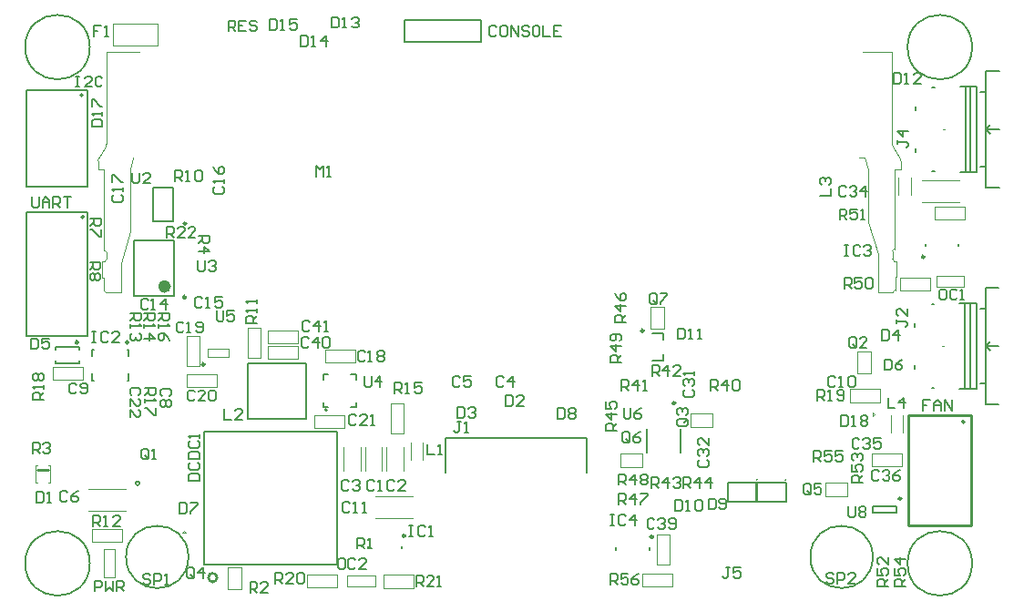
<source format=gto>
G04*
G04 #@! TF.GenerationSoftware,Altium Limited,Altium Designer,20.1.11 (218)*
G04*
G04 Layer_Color=65535*
%FSLAX44Y44*%
%MOMM*%
G71*
G04*
G04 #@! TF.SameCoordinates,4E8BECB8-10D7-4487-B94D-AC5258AA6689*
G04*
G04*
G04 #@! TF.FilePolarity,Positive*
G04*
G01*
G75*
%ADD10C,0.1000*%
%ADD11C,0.2000*%
%ADD12C,0.2540*%
%ADD13C,0.2500*%
%ADD14C,0.6000*%
%ADD15C,0.1500*%
%ADD16C,0.1700*%
%ADD17C,0.1270*%
%ADD18C,0.0800*%
D10*
X806476Y282104D02*
G03*
X808476Y284104I0J2000D01*
G01*
X805976Y312642D02*
G03*
X807476Y311142I1500J0D01*
G01*
Y321975D02*
G03*
X805976Y320475I0J-1500D01*
G01*
X813695Y404105D02*
G03*
X812996Y406654I-5000J-0D01*
G01*
X813695Y404105D02*
G03*
X812996Y406654I-5000J-0D01*
G01*
X805695Y420345D02*
G03*
X806393Y417796I5000J0D01*
G01*
X805695Y420345D02*
G03*
X806393Y417796I5000J0D01*
G01*
X74996D02*
G03*
X75694Y420345I-4302J2549D01*
G01*
X68393Y406654D02*
G03*
X67694Y404105I4302J-2549D01*
G01*
X74996Y417796D02*
G03*
X75694Y420345I-4302J2549D01*
G01*
X68393Y406654D02*
G03*
X67694Y404105I4302J-2549D01*
G01*
X82793Y281921D02*
G03*
X82395Y281975I-398J-1446D01*
G01*
X75694Y318975D02*
G03*
X73694Y320975I-2000J0D01*
G01*
Y310975D02*
G03*
X75694Y312975I-0J2000D01*
G01*
X73194Y283975D02*
G03*
X75194Y281975I2000J0D01*
G01*
X775195Y407475D02*
X780195D01*
X783695Y396475D01*
Y347635D02*
Y396475D01*
Y347635D02*
X792409Y317256D01*
Y282072D02*
Y317256D01*
X797409Y282072D02*
Y282104D01*
X792409Y282072D02*
X797409D01*
X778195Y505975D02*
X805695D01*
X778195D02*
X805695D01*
Y420345D02*
Y505975D01*
Y420345D02*
Y505975D01*
X805976Y312642D02*
Y320475D01*
X797409Y282104D02*
X806476D01*
X808234Y321975D02*
Y395975D01*
X808476Y284104D02*
Y296254D01*
X807476Y311142D02*
X809965D01*
Y296254D02*
Y311142D01*
X808476Y296254D02*
X809965D01*
X806393Y417796D02*
X812996Y406654D01*
X806393Y417796D02*
X812996Y406654D01*
X813695Y396475D02*
Y404105D01*
Y396475D02*
Y404105D01*
X808234Y395975D02*
X813695Y396475D01*
X75694Y505975D02*
X105695D01*
X75694Y420345D02*
Y505975D01*
X68393Y406654D02*
X74996Y417796D01*
X67694Y396475D02*
Y404105D01*
X97694Y339157D02*
Y396475D01*
X75694Y505975D02*
X105695D01*
X75694Y420345D02*
Y505975D01*
X68393Y406654D02*
X74996Y417796D01*
X67694Y396475D02*
Y404105D01*
X75194Y281975D02*
X82395D01*
X82793Y281921D02*
X88894D01*
Y309157D01*
X97694Y339157D01*
Y396475D01*
X73242Y320975D02*
Y395975D01*
Y320975D02*
X73694D01*
X75694Y312975D02*
Y318975D01*
X71335Y310975D02*
X73694D01*
X71335Y295975D02*
Y310975D01*
Y295975D02*
X73194D01*
Y283975D02*
Y295975D01*
X67694Y396475D02*
X73242Y395975D01*
X97694Y396475D02*
X100195Y407475D01*
X145500Y58250D02*
X147250Y60000D01*
X145500Y58250D02*
X149000D01*
X147250Y60000D02*
X149000Y58250D01*
X787500Y166750D02*
X789250Y168500D01*
X787500Y166750D02*
Y170250D01*
X789250Y168500D01*
X169500Y229732D02*
X189500D01*
X169500Y222112D02*
X189500D01*
Y229732D01*
X169500Y222112D02*
Y229732D01*
X369714Y126516D02*
Y142516D01*
X358286Y126516D02*
Y142532D01*
X811536Y372766D02*
Y388782D01*
X822964Y372766D02*
Y388766D01*
X804536Y151734D02*
Y167734D01*
X815964Y151718D02*
Y167734D01*
X81399Y532160D02*
X123309D01*
Y511840D02*
Y532160D01*
X81399Y511840D02*
X123309D01*
X81399D02*
Y532160D01*
X296000Y116500D02*
Y138500D01*
X312000Y116500D02*
Y138500D01*
X331750Y116500D02*
Y138500D01*
X315750Y116500D02*
Y138500D01*
X335750Y116500D02*
Y138500D01*
X351750Y116500D02*
Y138500D01*
X773500Y206750D02*
Y226750D01*
X786000Y206750D02*
Y226750D01*
X773500D02*
X786000D01*
X773500Y206750D02*
X786000D01*
X188250Y6000D02*
X200750D01*
X188250Y26000D02*
X200750D01*
Y6000D02*
Y26000D01*
X188250Y6000D02*
Y26000D01*
X618250Y156750D02*
X638250D01*
X618250Y169250D02*
X638250D01*
X618250Y156750D02*
Y169250D01*
X638250Y156750D02*
Y169250D01*
X553250Y119750D02*
Y132250D01*
X573250Y119750D02*
Y132250D01*
X553250Y119750D02*
X573250D01*
X553250Y132250D02*
X573250D01*
X593500Y248500D02*
Y268500D01*
X581000Y248500D02*
Y268500D01*
Y248500D02*
X593500D01*
X581000Y268500D02*
X593500D01*
X763750Y92500D02*
Y105000D01*
X743750Y92500D02*
Y105000D01*
X763750D01*
X743750Y92500D02*
X763750D01*
X340000Y150500D02*
Y178500D01*
Y150500D02*
X352000D01*
Y178500D01*
X340000D02*
X352000D01*
X766750Y180000D02*
Y192000D01*
X794750D01*
Y180000D02*
Y192000D01*
X766750Y180000D02*
X794750D01*
X261750Y7500D02*
X289750D01*
Y19500D01*
X261750D02*
X289750D01*
X261750Y7500D02*
Y19500D01*
X361000Y7250D02*
Y19250D01*
X333000Y7250D02*
X361000D01*
X333000D02*
Y19250D01*
X361000D01*
X206750Y221000D02*
Y249000D01*
Y221000D02*
X218750D01*
Y249000D01*
X206750D02*
X218750D01*
X89750Y49750D02*
Y61750D01*
X61750Y49750D02*
X89750D01*
X61750D02*
Y61750D01*
X89750D01*
X813250Y283500D02*
X841250D01*
Y295500D01*
X813250D02*
X841250D01*
X813250Y283500D02*
Y295500D01*
X873000Y350000D02*
Y362000D01*
X845000Y350000D02*
X873000D01*
X845000D02*
Y362000D01*
X873000D01*
X573250Y20750D02*
X601250D01*
X573250Y8750D02*
Y20750D01*
Y8750D02*
X601250D01*
Y20750D01*
X833250Y366000D02*
X868250D01*
X833250Y386500D02*
X868250D01*
X325500Y71750D02*
X360500D01*
X325500Y92250D02*
X360500D01*
X58750Y78500D02*
X93750D01*
X58750Y99000D02*
X93750D01*
X787000Y120000D02*
X809000D01*
X787000D02*
Y132000D01*
X815000D01*
Y120000D02*
Y132000D01*
X809000Y120000D02*
X815000D01*
X846750Y287000D02*
X872750D01*
Y297000D01*
X846750D02*
X872750D01*
X846750Y287000D02*
Y297000D01*
X83000Y17000D02*
Y43000D01*
X73000D02*
X83000D01*
X73000Y17000D02*
Y43000D01*
Y17000D02*
X83000D01*
X299250Y8500D02*
Y18500D01*
X325250D01*
Y8500D02*
Y18500D01*
X299250Y8500D02*
X325250D01*
X247250Y220250D02*
X253250D01*
Y232250D01*
X225250D02*
X253250D01*
X225250Y220250D02*
Y232250D01*
Y220250D02*
X247250D01*
Y234750D02*
X253250D01*
Y246750D01*
X225250D02*
X253250D01*
X225250Y234750D02*
Y246750D01*
Y234750D02*
X247250D01*
X599000Y51000D02*
Y57000D01*
X587000D02*
X599000D01*
X587000Y29000D02*
Y57000D01*
Y29000D02*
X599000D01*
Y51000D01*
X9250Y105250D02*
X11250D01*
X9250D02*
Y121250D01*
X11250D01*
X21250Y105250D02*
X23250D01*
Y121250D01*
X21250D02*
X23250D01*
X32000Y213000D02*
X54000D01*
Y201000D02*
Y213000D01*
X26000Y201000D02*
X54000D01*
X26000D02*
Y213000D01*
X32000D01*
X300500Y217000D02*
X306500D01*
Y229000D01*
X278500D02*
X306500D01*
X278500Y217000D02*
Y229000D01*
Y217000D02*
X300500D01*
X150000Y219750D02*
Y241750D01*
X162000D01*
Y213750D02*
Y241750D01*
X150000Y213750D02*
X162000D01*
X150000D02*
Y219750D01*
X150500Y205750D02*
X156500D01*
X150500Y193750D02*
Y205750D01*
Y193750D02*
X178500D01*
Y205750D01*
X156500D02*
X178500D01*
X275000Y168000D02*
X297000D01*
Y156000D02*
Y168000D01*
X269000Y156000D02*
X297000D01*
X269000D02*
Y168000D01*
X275000D01*
D11*
X53914Y465250D02*
G03*
X53914Y465250I-1414J0D01*
G01*
X54914Y351999D02*
G03*
X54914Y351999I-1414J0D01*
G01*
X106303Y104500D02*
G03*
X106303Y104500I-1803J0D01*
G01*
X873164Y161500D02*
G03*
X873164Y161500I-1414J0D01*
G01*
X680059Y107750D02*
G03*
X680059Y107750I-559J0D01*
G01*
X706559Y107750D02*
G03*
X706559Y107750I-559J0D01*
G01*
X138000Y279000D02*
Y330000D01*
X101000Y279000D02*
Y330000D01*
Y279000D02*
X138000D01*
X101000Y330000D02*
X138000D01*
X94750Y229000D02*
X96250D01*
Y222500D02*
Y229000D01*
Y200000D02*
Y206500D01*
X94750Y200000D02*
X96250D01*
X62250D02*
X63750D01*
X62250D02*
Y206500D01*
Y229000D02*
X63750D01*
X62250Y222500D02*
Y229000D01*
X788000Y77000D02*
X810000D01*
X788000Y83000D02*
X810000D01*
X788000Y77000D02*
Y83000D01*
X810000Y77000D02*
Y83000D01*
X352729Y515180D02*
X423849D01*
X352729D02*
Y535340D01*
X423849D01*
Y515180D02*
Y535340D01*
X892500Y286000D02*
X904500D01*
X892500Y177999D02*
Y286000D01*
Y177999D02*
X904500D01*
X827000Y250000D02*
Y252999D01*
X842500Y192999D02*
X844500D01*
X884000Y191999D02*
Y271999D01*
X868500Y191999D02*
X884000D01*
X868500Y271999D02*
X884000D01*
X873500Y191999D02*
Y271999D01*
X878000Y191999D02*
Y271999D01*
X842500Y271000D02*
X844500D01*
X827000Y211000D02*
Y214000D01*
X887500Y266999D02*
X892500D01*
X887500Y196999D02*
X892500D01*
Y231999D02*
X904500D01*
X892500D02*
X896500Y236000D01*
X892500Y231999D02*
X896500Y227999D01*
X893000Y433501D02*
X897000Y429501D01*
X893000Y433501D02*
X897000Y437500D01*
X893000Y433501D02*
X905000D01*
X888000Y398500D02*
X893000D01*
X888000Y468500D02*
X893000D01*
X827500Y412500D02*
Y415500D01*
X843000Y472500D02*
X845000D01*
X878500Y393500D02*
Y473500D01*
X874000Y393500D02*
Y473500D01*
X869000D02*
X884500D01*
X869000Y393500D02*
X884500D01*
Y473500D01*
X843000Y394500D02*
X845000D01*
X827500Y451500D02*
Y454500D01*
X893000Y379501D02*
X905000D01*
X893000D02*
Y487500D01*
X905000D01*
X593000Y218750D02*
Y224250D01*
X583000Y218750D02*
X593000D01*
Y238250D02*
Y243750D01*
X583000D02*
X593000D01*
X350000Y43750D02*
Y45750D01*
X319000Y43750D02*
Y45750D01*
X867500Y325000D02*
Y327000D01*
X836500Y325000D02*
Y327000D01*
X580250Y42750D02*
Y44750D01*
X549250Y42750D02*
Y44750D01*
X577750Y133000D02*
Y155000D01*
X608750Y133000D02*
Y155000D01*
X521500Y114400D02*
Y146900D01*
X390500D02*
X521500D01*
X390500Y114400D02*
Y146900D01*
X137500Y348000D02*
Y379000D01*
X118500Y348000D02*
Y379000D01*
Y348000D02*
X137500D01*
X118500Y379000D02*
X137500D01*
D12*
X49270Y235500D02*
G03*
X49270Y235500I-1270J0D01*
G01*
X178250Y16750D02*
G03*
X178250Y16750I-4000J0D01*
G01*
X820750Y65500D02*
X878750D01*
Y167500D01*
X820750D02*
X878750D01*
X820750Y65500D02*
Y167500D01*
X11250Y117250D02*
X21250D01*
D13*
X166750Y215000D02*
G03*
X166750Y215000I-1250J0D01*
G01*
X149250Y277500D02*
G03*
X149250Y277500I-1250J0D01*
G01*
X96000Y235500D02*
G03*
X96000Y235500I-1250J0D01*
G01*
X814250Y90250D02*
G03*
X814250Y90250I-1250J0D01*
G01*
X574750Y246250D02*
G03*
X574750Y246250I-1250J0D01*
G01*
X353250Y55750D02*
G03*
X353250Y55750I-1250J0D01*
G01*
X835750Y315000D02*
G03*
X835750Y315000I-1250J0D01*
G01*
X583500Y54750D02*
G03*
X583500Y54750I-1250J0D01*
G01*
X604250Y179000D02*
G03*
X604250Y179000I-1250J0D01*
G01*
X149750Y346000D02*
G03*
X149750Y346000I-1250J0D01*
G01*
D14*
X132500Y287500D02*
G03*
X132500Y287500I-3000J0D01*
G01*
D15*
X280550Y172800D02*
G03*
X280550Y172800I-1000J0D01*
G01*
X151694Y35975D02*
G03*
X151694Y35975I-29000J0D01*
G01*
X787695D02*
G03*
X787695Y35975I-29000J0D01*
G01*
X880000Y30000D02*
G03*
X880000Y30000I-30000J0D01*
G01*
Y510000D02*
G03*
X880000Y510000I-30000J0D01*
G01*
X60000D02*
G03*
X60000Y510000I-30000J0D01*
G01*
Y30000D02*
G03*
X60000Y30000I-30000J0D01*
G01*
X652750Y104750D02*
X680500D01*
X652750Y87250D02*
Y104750D01*
Y87250D02*
X680500D01*
Y104750D01*
X707000Y87250D02*
Y104750D01*
X679250Y87250D02*
X707000D01*
X679250D02*
Y104750D01*
X707000D01*
X166250Y28750D02*
Y152750D01*
X290250D01*
Y28750D02*
Y152750D01*
X166250Y28750D02*
X290250D01*
X166250D02*
X290250D01*
Y152750D01*
X166250D02*
X290250D01*
X166250Y28750D02*
Y152750D01*
X207000Y164000D02*
Y216000D01*
X261000D01*
Y164000D02*
Y216000D01*
X207000Y164000D02*
X261000D01*
X277250Y175500D02*
Y180000D01*
Y175500D02*
X281750D01*
X307250D02*
Y180000D01*
X277250Y200900D02*
Y205400D01*
X302650Y175500D02*
X307150D01*
X307250Y201000D02*
Y205500D01*
X277250D02*
X281750D01*
X302750D02*
X307250D01*
X46754Y482998D02*
X50086D01*
X48420D01*
Y473002D01*
X46754D01*
X50086D01*
X61749D02*
X55085D01*
X61749Y479666D01*
Y481332D01*
X60083Y482998D01*
X56751D01*
X55085Y481332D01*
X71746D02*
X70080Y482998D01*
X66748D01*
X65082Y481332D01*
Y474668D01*
X66748Y473002D01*
X70080D01*
X71746Y474668D01*
X556169Y174248D02*
Y165918D01*
X557836Y164252D01*
X561168D01*
X562834Y165918D01*
Y174248D01*
X572831D02*
X569498Y172582D01*
X566166Y169250D01*
Y165918D01*
X567832Y164252D01*
X571165D01*
X572831Y165918D01*
Y167584D01*
X571165Y169250D01*
X566166D01*
X264752Y253832D02*
X263085Y255498D01*
X259753D01*
X258087Y253832D01*
Y247168D01*
X259753Y245502D01*
X263085D01*
X264752Y247168D01*
X273082Y245502D02*
Y255498D01*
X268084Y250500D01*
X274748D01*
X278081Y245502D02*
X281413D01*
X279747D01*
Y255498D01*
X278081Y253832D01*
X263335Y238832D02*
X261669Y240498D01*
X258337D01*
X256671Y238832D01*
Y232168D01*
X258337Y230502D01*
X261669D01*
X263335Y232168D01*
X271666Y230502D02*
Y240498D01*
X266668Y235500D01*
X273332D01*
X276665Y238832D02*
X278331Y240498D01*
X281663D01*
X283329Y238832D01*
Y232168D01*
X281663Y230502D01*
X278331D01*
X276665Y232168D01*
Y238832D01*
X543671Y10252D02*
Y20248D01*
X548669D01*
X550336Y18582D01*
Y15250D01*
X548669Y13584D01*
X543671D01*
X547003D02*
X550336Y10252D01*
X560332Y20248D02*
X553668D01*
Y15250D01*
X557000Y16916D01*
X558666D01*
X560332Y15250D01*
Y11918D01*
X558666Y10252D01*
X555334D01*
X553668Y11918D01*
X570329Y20248D02*
X566997Y18582D01*
X563665Y15250D01*
Y11918D01*
X565331Y10252D01*
X568663D01*
X570329Y11918D01*
Y13584D01*
X568663Y15250D01*
X563665D01*
X543504Y75498D02*
X546836D01*
X545170D01*
Y65502D01*
X543504D01*
X546836D01*
X558499Y73832D02*
X556833Y75498D01*
X553501D01*
X551835Y73832D01*
Y67168D01*
X553501Y65502D01*
X556833D01*
X558499Y67168D01*
X566830Y65502D02*
Y75498D01*
X561832Y70500D01*
X568496D01*
X584836Y70082D02*
X583169Y71748D01*
X579837D01*
X578171Y70082D01*
Y63418D01*
X579837Y61752D01*
X583169D01*
X584836Y63418D01*
X588168Y70082D02*
X589834Y71748D01*
X593166D01*
X594832Y70082D01*
Y68416D01*
X593166Y66750D01*
X591500D01*
X593166D01*
X594832Y65084D01*
Y63418D01*
X593166Y61752D01*
X589834D01*
X588168Y63418D01*
X598164D02*
X599831Y61752D01*
X603163D01*
X604829Y63418D01*
Y70082D01*
X603163Y71748D01*
X599831D01*
X598164Y70082D01*
Y68416D01*
X599831Y66750D01*
X604829D01*
X764669Y83248D02*
Y74918D01*
X766336Y73252D01*
X769668D01*
X771334Y74918D01*
Y83248D01*
X774666Y81582D02*
X776332Y83248D01*
X779665D01*
X781331Y81582D01*
Y79916D01*
X779665Y78250D01*
X781331Y76584D01*
Y74918D01*
X779665Y73252D01*
X776332D01*
X774666Y74918D01*
Y76584D01*
X776332Y78250D01*
X774666Y79916D01*
Y81582D01*
X776332Y78250D02*
X779665D01*
X729834Y95668D02*
Y102332D01*
X728168Y103998D01*
X724836D01*
X723169Y102332D01*
Y95668D01*
X724836Y94002D01*
X728168D01*
X726502Y97334D02*
X729834Y94002D01*
X728168D02*
X729834Y95668D01*
X739831Y103998D02*
X733166D01*
Y99000D01*
X736498Y100666D01*
X738165D01*
X739831Y99000D01*
Y95668D01*
X738165Y94002D01*
X734832D01*
X733166Y95668D01*
X732671Y124752D02*
Y134748D01*
X737669D01*
X739335Y133082D01*
Y129750D01*
X737669Y128084D01*
X732671D01*
X736003D02*
X739335Y124752D01*
X749332Y134748D02*
X742668D01*
Y129750D01*
X746000Y131416D01*
X747666D01*
X749332Y129750D01*
Y126418D01*
X747666Y124752D01*
X744334D01*
X742668Y126418D01*
X759329Y134748D02*
X752664D01*
Y129750D01*
X755997Y131416D01*
X757663D01*
X759329Y129750D01*
Y126418D01*
X757663Y124752D01*
X754331D01*
X752664Y126418D01*
X817748Y8921D02*
X807752D01*
Y13919D01*
X809418Y15586D01*
X812750D01*
X814416Y13919D01*
Y8921D01*
Y12253D02*
X817748Y15586D01*
X807752Y25582D02*
Y18918D01*
X812750D01*
X811084Y22250D01*
Y23916D01*
X812750Y25582D01*
X816082D01*
X817748Y23916D01*
Y20584D01*
X816082Y18918D01*
X817748Y33913D02*
X807752D01*
X812750Y28914D01*
Y35579D01*
X777998Y105421D02*
X768002D01*
Y110419D01*
X769668Y112086D01*
X773000D01*
X774666Y110419D01*
Y105421D01*
Y108753D02*
X777998Y112086D01*
X768002Y122082D02*
Y115418D01*
X773000D01*
X771334Y118750D01*
Y120416D01*
X773000Y122082D01*
X776332D01*
X777998Y120416D01*
Y117084D01*
X776332Y115418D01*
X769668Y125414D02*
X768002Y127081D01*
Y130413D01*
X769668Y132079D01*
X771334D01*
X773000Y130413D01*
Y128747D01*
Y130413D01*
X774666Y132079D01*
X776332D01*
X777998Y130413D01*
Y127081D01*
X776332Y125414D01*
X801748Y8921D02*
X791752D01*
Y13919D01*
X793418Y15586D01*
X796750D01*
X798416Y13919D01*
Y8921D01*
Y12253D02*
X801748Y15586D01*
X791752Y25582D02*
Y18918D01*
X796750D01*
X795084Y22250D01*
Y23916D01*
X796750Y25582D01*
X800082D01*
X801748Y23916D01*
Y20584D01*
X800082Y18918D01*
X801748Y35579D02*
Y28914D01*
X795084Y35579D01*
X793418D01*
X791752Y33913D01*
Y30581D01*
X793418Y28914D01*
X801669Y184248D02*
Y174252D01*
X808334D01*
X816665D02*
Y184248D01*
X811666Y179250D01*
X818331D01*
X758004Y167748D02*
Y157752D01*
X763002D01*
X764669Y159418D01*
Y166082D01*
X763002Y167748D01*
X758004D01*
X768001Y157752D02*
X771333D01*
X769667D01*
Y167748D01*
X768001Y166082D01*
X776331D02*
X777998Y167748D01*
X781330D01*
X782996Y166082D01*
Y164416D01*
X781330Y162750D01*
X782996Y161084D01*
Y159418D01*
X781330Y157752D01*
X777998D01*
X776331Y159418D01*
Y161084D01*
X777998Y162750D01*
X776331Y164416D01*
Y166082D01*
X777998Y162750D02*
X781330D01*
X793335Y115082D02*
X791669Y116748D01*
X788337D01*
X786671Y115082D01*
Y108418D01*
X788337Y106752D01*
X791669D01*
X793335Y108418D01*
X796668Y115082D02*
X798334Y116748D01*
X801666D01*
X803332Y115082D01*
Y113416D01*
X801666Y111750D01*
X800000D01*
X801666D01*
X803332Y110084D01*
Y108418D01*
X801666Y106752D01*
X798334D01*
X796668Y108418D01*
X813329Y116748D02*
X809997Y115082D01*
X806665Y111750D01*
Y108418D01*
X808331Y106752D01*
X811663D01*
X813329Y108418D01*
Y110084D01*
X811663Y111750D01*
X806665D01*
X775335Y144582D02*
X773669Y146248D01*
X770337D01*
X768671Y144582D01*
Y137918D01*
X770337Y136252D01*
X773669D01*
X775335Y137918D01*
X778668Y144582D02*
X780334Y146248D01*
X783666D01*
X785332Y144582D01*
Y142916D01*
X783666Y141250D01*
X782000D01*
X783666D01*
X785332Y139584D01*
Y137918D01*
X783666Y136252D01*
X780334D01*
X778668Y137918D01*
X795329Y146248D02*
X788664D01*
Y141250D01*
X791997Y142916D01*
X793663D01*
X795329Y141250D01*
Y137918D01*
X793663Y136252D01*
X790331D01*
X788664Y137918D01*
X841336Y181998D02*
X834671D01*
Y177000D01*
X838003D01*
X834671D01*
Y172002D01*
X844668D02*
Y178666D01*
X848000Y181998D01*
X851332Y178666D01*
Y172002D01*
Y177000D01*
X844668D01*
X854665Y172002D02*
Y181998D01*
X861329Y172002D01*
Y181998D01*
X61752Y436254D02*
X71748D01*
Y441252D01*
X70082Y442919D01*
X63418D01*
X61752Y441252D01*
Y436254D01*
X71748Y446251D02*
Y449583D01*
Y447917D01*
X61752D01*
X63418Y446251D01*
X61752Y454581D02*
Y461246D01*
X63418D01*
X70082Y454581D01*
X71748D01*
X854335Y284998D02*
X851003D01*
X849337Y283332D01*
Y276668D01*
X851003Y275002D01*
X854335D01*
X856002Y276668D01*
Y283332D01*
X854335Y284998D01*
X865998Y283332D02*
X864332Y284998D01*
X861000D01*
X859334Y283332D01*
Y276668D01*
X861000Y275002D01*
X864332D01*
X865998Y276668D01*
X869331Y275002D02*
X872663D01*
X870997D01*
Y284998D01*
X869331Y283332D01*
X295419Y34748D02*
X292087D01*
X290421Y33082D01*
Y26418D01*
X292087Y24752D01*
X295419D01*
X297085Y26418D01*
Y33082D01*
X295419Y34748D01*
X307082Y33082D02*
X305416Y34748D01*
X302084D01*
X300418Y33082D01*
Y26418D01*
X302084Y24752D01*
X305416D01*
X307082Y26418D01*
X317079Y24752D02*
X310415D01*
X317079Y31416D01*
Y33082D01*
X315413Y34748D01*
X312081D01*
X310415Y33082D01*
X756837Y349502D02*
Y359498D01*
X761835D01*
X763502Y357832D01*
Y354500D01*
X761835Y352834D01*
X756837D01*
X760169D02*
X763502Y349502D01*
X773498Y359498D02*
X766834D01*
Y354500D01*
X770166Y356166D01*
X771832D01*
X773498Y354500D01*
Y351168D01*
X771832Y349502D01*
X768500D01*
X766834Y351168D01*
X776831Y349502D02*
X780163D01*
X778497D01*
Y359498D01*
X776831Y357832D01*
X761171Y285502D02*
Y295498D01*
X766169D01*
X767835Y293832D01*
Y290500D01*
X766169Y288834D01*
X761171D01*
X764503D02*
X767835Y285502D01*
X777832Y295498D02*
X771168D01*
Y290500D01*
X774500Y292166D01*
X776166D01*
X777832Y290500D01*
Y287168D01*
X776166Y285502D01*
X772834D01*
X771168Y287168D01*
X781164Y293832D02*
X782831Y295498D01*
X786163D01*
X787829Y293832D01*
Y287168D01*
X786163Y285502D01*
X782831D01*
X781164Y287168D01*
Y293832D01*
X738502Y371919D02*
X748498D01*
Y378584D01*
X740168Y381916D02*
X738502Y383582D01*
Y386914D01*
X740168Y388581D01*
X741834D01*
X743500Y386914D01*
Y385248D01*
Y386914D01*
X745166Y388581D01*
X746832D01*
X748498Y386914D01*
Y383582D01*
X746832Y381916D01*
X761254Y325748D02*
X764586D01*
X762920D01*
Y315752D01*
X761254D01*
X764586D01*
X776249Y324082D02*
X774583Y325748D01*
X771251D01*
X769585Y324082D01*
Y317418D01*
X771251Y315752D01*
X774583D01*
X776249Y317418D01*
X779581Y324082D02*
X781248Y325748D01*
X784580D01*
X786246Y324082D01*
Y322416D01*
X784580Y320750D01*
X782914D01*
X784580D01*
X786246Y319084D01*
Y317418D01*
X784580Y315752D01*
X781248D01*
X779581Y317418D01*
X762835Y379582D02*
X761169Y381248D01*
X757837D01*
X756171Y379582D01*
Y372918D01*
X757837Y371252D01*
X761169D01*
X762835Y372918D01*
X766168Y379582D02*
X767834Y381248D01*
X771166D01*
X772832Y379582D01*
Y377916D01*
X771166Y376250D01*
X769500D01*
X771166D01*
X772832Y374584D01*
Y372918D01*
X771166Y371252D01*
X767834D01*
X766168Y372918D01*
X781163Y371252D02*
Y381248D01*
X776164Y376250D01*
X782829D01*
X227250Y535747D02*
Y525750D01*
X232248D01*
X233915Y527416D01*
Y534081D01*
X232248Y535747D01*
X227250D01*
X237247Y525750D02*
X240579D01*
X238913D01*
Y535747D01*
X237247Y534081D01*
X252242Y535747D02*
X245577D01*
Y530748D01*
X248910Y532415D01*
X250576D01*
X252242Y530748D01*
Y527416D01*
X250576Y525750D01*
X247243D01*
X245577Y527416D01*
X256000Y520997D02*
Y511000D01*
X260998D01*
X262665Y512666D01*
Y519331D01*
X260998Y520997D01*
X256000D01*
X265997Y511000D02*
X269329D01*
X267663D01*
Y520997D01*
X265997Y519331D01*
X279326Y511000D02*
Y520997D01*
X274327Y515998D01*
X280992D01*
X284750Y537997D02*
Y528000D01*
X289748D01*
X291415Y529666D01*
Y536331D01*
X289748Y537997D01*
X284750D01*
X294747Y528000D02*
X298079D01*
X296413D01*
Y537997D01*
X294747Y536331D01*
X303077D02*
X304744Y537997D01*
X308076D01*
X309742Y536331D01*
Y534664D01*
X308076Y532998D01*
X306410D01*
X308076D01*
X309742Y531332D01*
Y529666D01*
X308076Y528000D01*
X304744D01*
X303077Y529666D01*
X810503Y423164D02*
Y419832D01*
Y421498D01*
X818834D01*
X820500Y419832D01*
Y418166D01*
X818834Y416500D01*
X820500Y431495D02*
X810503D01*
X815502Y426497D01*
Y433161D01*
X807250Y486247D02*
Y476250D01*
X812248D01*
X813914Y477916D01*
Y484581D01*
X812248Y486247D01*
X807250D01*
X817247Y476250D02*
X820579D01*
X818913D01*
Y486247D01*
X817247Y484581D01*
X832242Y476250D02*
X825577D01*
X832242Y482915D01*
Y484581D01*
X830576Y486247D01*
X827244D01*
X825577Y484581D01*
X586665Y272916D02*
Y279581D01*
X584998Y281247D01*
X581666D01*
X580000Y279581D01*
Y272916D01*
X581666Y271250D01*
X584998D01*
X583332Y274582D02*
X586665Y271250D01*
X584998D02*
X586665Y272916D01*
X589997Y281247D02*
X596661D01*
Y279581D01*
X589997Y272916D01*
Y271250D01*
X561414Y144166D02*
Y150831D01*
X559748Y152497D01*
X556416D01*
X554750Y150831D01*
Y144166D01*
X556416Y142500D01*
X559748D01*
X558082Y145832D02*
X561414Y142500D01*
X559748D02*
X561414Y144166D01*
X571411Y152497D02*
X568079Y150831D01*
X564747Y147498D01*
Y144166D01*
X566413Y142500D01*
X569745D01*
X571411Y144166D01*
Y145832D01*
X569745Y147498D01*
X564747D01*
X554000Y216750D02*
X544003D01*
Y221748D01*
X545669Y223414D01*
X549002D01*
X550668Y221748D01*
Y216750D01*
Y220082D02*
X554000Y223414D01*
Y231745D02*
X544003D01*
X549002Y226747D01*
Y233411D01*
X552334Y236744D02*
X554000Y238410D01*
Y241742D01*
X552334Y243408D01*
X545669D01*
X544003Y241742D01*
Y238410D01*
X545669Y236744D01*
X547336D01*
X549002Y238410D01*
Y243408D01*
X551750Y103000D02*
Y112997D01*
X556748D01*
X558414Y111331D01*
Y107998D01*
X556748Y106332D01*
X551750D01*
X555082D02*
X558414Y103000D01*
X566745D02*
Y112997D01*
X561747Y107998D01*
X568411D01*
X571744Y111331D02*
X573410Y112997D01*
X576742D01*
X578408Y111331D01*
Y109664D01*
X576742Y107998D01*
X578408Y106332D01*
Y104666D01*
X576742Y103000D01*
X573410D01*
X571744Y104666D01*
Y106332D01*
X573410Y107998D01*
X571744Y109664D01*
Y111331D01*
X573410Y107998D02*
X576742D01*
X551500Y84750D02*
Y94747D01*
X556498D01*
X558164Y93081D01*
Y89748D01*
X556498Y88082D01*
X551500D01*
X554832D02*
X558164Y84750D01*
X566495D02*
Y94747D01*
X561497Y89748D01*
X568161D01*
X571493Y94747D02*
X578158D01*
Y93081D01*
X571493Y86416D01*
Y84750D01*
X558250Y254250D02*
X548253D01*
Y259248D01*
X549919Y260914D01*
X553252D01*
X554918Y259248D01*
Y254250D01*
Y257582D02*
X558250Y260914D01*
Y269245D02*
X548253D01*
X553252Y264247D01*
Y270911D01*
X548253Y280908D02*
X549919Y277576D01*
X553252Y274244D01*
X556584D01*
X558250Y275910D01*
Y279242D01*
X556584Y280908D01*
X554918D01*
X553252Y279242D01*
Y274244D01*
X550000Y153750D02*
X540003D01*
Y158748D01*
X541669Y160415D01*
X545002D01*
X546668Y158748D01*
Y153750D01*
Y157082D02*
X550000Y160415D01*
Y168745D02*
X540003D01*
X545002Y163747D01*
Y170411D01*
X540003Y180408D02*
Y173744D01*
X545002D01*
X543335Y177076D01*
Y178742D01*
X545002Y180408D01*
X548334D01*
X550000Y178742D01*
Y175410D01*
X548334Y173744D01*
X611750Y100000D02*
Y109997D01*
X616748D01*
X618414Y108331D01*
Y104998D01*
X616748Y103332D01*
X611750D01*
X615082D02*
X618414Y100000D01*
X626745D02*
Y109997D01*
X621747Y104998D01*
X628411D01*
X636742Y100000D02*
Y109997D01*
X631744Y104998D01*
X638408D01*
X582000Y100000D02*
Y109997D01*
X586998D01*
X588665Y108331D01*
Y104998D01*
X586998Y103332D01*
X582000D01*
X585332D02*
X588665Y100000D01*
X596995D02*
Y109997D01*
X591997Y104998D01*
X598661D01*
X601994Y108331D02*
X603660Y109997D01*
X606992D01*
X608658Y108331D01*
Y106664D01*
X606992Y104998D01*
X605326D01*
X606992D01*
X608658Y103332D01*
Y101666D01*
X606992Y100000D01*
X603660D01*
X601994Y101666D01*
X582500Y204000D02*
Y213997D01*
X587498D01*
X589165Y212331D01*
Y208999D01*
X587498Y207332D01*
X582500D01*
X585832D02*
X589165Y204000D01*
X597495D02*
Y213997D01*
X592497Y208999D01*
X599161D01*
X609158Y204000D02*
X602494D01*
X609158Y210665D01*
Y212331D01*
X607492Y213997D01*
X604160D01*
X602494Y212331D01*
X554250Y190750D02*
Y200747D01*
X559248D01*
X560914Y199081D01*
Y195748D01*
X559248Y194082D01*
X554250D01*
X557582D02*
X560914Y190750D01*
X569245D02*
Y200747D01*
X564247Y195748D01*
X570911D01*
X574244Y190750D02*
X577576D01*
X575910D01*
Y200747D01*
X574244Y199081D01*
X606500Y248497D02*
Y238500D01*
X611498D01*
X613164Y240166D01*
Y246831D01*
X611498Y248497D01*
X606500D01*
X616497Y238500D02*
X619829D01*
X618163D01*
Y248497D01*
X616497Y246831D01*
X624827Y238500D02*
X628160D01*
X626494D01*
Y248497D01*
X624827Y246831D01*
X604000Y88997D02*
Y79000D01*
X608998D01*
X610664Y80666D01*
Y87331D01*
X608998Y88997D01*
X604000D01*
X613997Y79000D02*
X617329D01*
X615663D01*
Y88997D01*
X613997Y87331D01*
X622327D02*
X623994Y88997D01*
X627326D01*
X628992Y87331D01*
Y80666D01*
X627326Y79000D01*
X623994D01*
X622327Y80666D01*
Y87331D01*
X635000Y90247D02*
Y80250D01*
X639998D01*
X641665Y81916D01*
Y88581D01*
X639998Y90247D01*
X635000D01*
X644997Y81916D02*
X646663Y80250D01*
X649995D01*
X651661Y81916D01*
Y88581D01*
X649995Y90247D01*
X646663D01*
X644997Y88581D01*
Y86915D01*
X646663Y85248D01*
X651661D01*
X626669Y126165D02*
X625003Y124498D01*
Y121166D01*
X626669Y119500D01*
X633334D01*
X635000Y121166D01*
Y124498D01*
X633334Y126165D01*
X626669Y129497D02*
X625003Y131163D01*
Y134495D01*
X626669Y136161D01*
X628335D01*
X630002Y134495D01*
Y132829D01*
Y134495D01*
X631668Y136161D01*
X633334D01*
X635000Y134495D01*
Y131163D01*
X633334Y129497D01*
X635000Y146158D02*
Y139494D01*
X628335Y146158D01*
X626669D01*
X625003Y144492D01*
Y141160D01*
X626669Y139494D01*
X613419Y191665D02*
X611753Y189998D01*
Y186666D01*
X613419Y185000D01*
X620084D01*
X621750Y186666D01*
Y189998D01*
X620084Y191665D01*
X613419Y194997D02*
X611753Y196663D01*
Y199995D01*
X613419Y201661D01*
X615085D01*
X616752Y199995D01*
Y198329D01*
Y199995D01*
X618418Y201661D01*
X620084D01*
X621750Y199995D01*
Y196663D01*
X620084Y194997D01*
X621750Y204993D02*
Y208326D01*
Y206660D01*
X611753D01*
X613419Y204993D01*
X637000Y190750D02*
Y200747D01*
X641998D01*
X643664Y199081D01*
Y195748D01*
X641998Y194082D01*
X637000D01*
X640332D02*
X643664Y190750D01*
X651995D02*
Y200747D01*
X646997Y195748D01*
X653661D01*
X656994Y199081D02*
X658660Y200747D01*
X661992D01*
X663658Y199081D01*
Y192416D01*
X661992Y190750D01*
X658660D01*
X656994Y192416D01*
Y199081D01*
X614334Y164165D02*
X607669D01*
X606003Y162498D01*
Y159166D01*
X607669Y157500D01*
X614334D01*
X616000Y159166D01*
Y162498D01*
X612668Y160832D02*
X616000Y164165D01*
Y162498D02*
X614334Y164165D01*
X607669Y167497D02*
X606003Y169163D01*
Y172495D01*
X607669Y174161D01*
X609336D01*
X611002Y172495D01*
Y170829D01*
Y172495D01*
X612668Y174161D01*
X614334D01*
X616000Y172495D01*
Y169163D01*
X614334Y167497D01*
X654665Y26247D02*
X651332D01*
X652998D01*
Y17916D01*
X651332Y16250D01*
X649666D01*
X648000Y17916D01*
X664661Y26247D02*
X657997D01*
Y21248D01*
X661329Y22915D01*
X662995D01*
X664661Y21248D01*
Y17916D01*
X662995Y16250D01*
X659663D01*
X657997Y17916D01*
X157164D02*
Y24581D01*
X155498Y26247D01*
X152166D01*
X150500Y24581D01*
Y17916D01*
X152166Y16250D01*
X155498D01*
X153832Y19582D02*
X157164Y16250D01*
X155498D02*
X157164Y17916D01*
X165495Y16250D02*
Y26247D01*
X160497Y21248D01*
X167161D01*
X63250Y64750D02*
Y74747D01*
X68248D01*
X69914Y73081D01*
Y69748D01*
X68248Y68082D01*
X63250D01*
X66582D02*
X69914Y64750D01*
X73247D02*
X76579D01*
X74913D01*
Y74747D01*
X73247Y73081D01*
X88242Y64750D02*
X81577D01*
X88242Y71414D01*
Y73081D01*
X86576Y74747D01*
X83244D01*
X81577Y73081D01*
X65000Y4000D02*
Y13997D01*
X69998D01*
X71665Y12331D01*
Y8998D01*
X69998Y7332D01*
X65000D01*
X74997Y13997D02*
Y4000D01*
X78329Y7332D01*
X81661Y4000D01*
Y13997D01*
X84994Y4000D02*
Y13997D01*
X89992D01*
X91658Y12331D01*
Y8998D01*
X89992Y7332D01*
X84994D01*
X88326D02*
X91658Y4000D01*
X402000Y175497D02*
Y165500D01*
X406998D01*
X408665Y167166D01*
Y173831D01*
X406998Y175497D01*
X402000D01*
X411997Y173831D02*
X413663Y175497D01*
X416995D01*
X418661Y173831D01*
Y172164D01*
X416995Y170498D01*
X415329D01*
X416995D01*
X418661Y168832D01*
Y167166D01*
X416995Y165500D01*
X413663D01*
X411997Y167166D01*
X404915Y161497D02*
X401582D01*
X403248D01*
Y153166D01*
X401582Y151500D01*
X399916D01*
X398250Y153166D01*
X408247Y151500D02*
X411579D01*
X409913D01*
Y161497D01*
X408247Y159831D01*
X105581Y186336D02*
X107247Y188002D01*
Y191334D01*
X105581Y193000D01*
X98916D01*
X97250Y191334D01*
Y188002D01*
X98916Y186336D01*
X97250Y176339D02*
Y183003D01*
X103914Y176339D01*
X105581D01*
X107247Y178005D01*
Y181337D01*
X105581Y183003D01*
X97250Y166342D02*
Y173006D01*
X103914Y166342D01*
X105581D01*
X107247Y168008D01*
Y171340D01*
X105581Y173006D01*
X215500Y253500D02*
X205503D01*
Y258498D01*
X207169Y260165D01*
X210502D01*
X212168Y258498D01*
Y253500D01*
Y256832D02*
X215500Y260165D01*
Y263497D02*
Y266829D01*
Y265163D01*
X205503D01*
X207169Y263497D01*
X215500Y271827D02*
Y275160D01*
Y273494D01*
X205503D01*
X207169Y271827D01*
X39415Y95581D02*
X37748Y97247D01*
X34416D01*
X32750Y95581D01*
Y88916D01*
X34416Y87250D01*
X37748D01*
X39415Y88916D01*
X49411Y97247D02*
X46079Y95581D01*
X42747Y92248D01*
Y88916D01*
X44413Y87250D01*
X47745D01*
X49411Y88916D01*
Y90582D01*
X47745Y92248D01*
X42747D01*
X70415Y530247D02*
X63750D01*
Y525248D01*
X67082D01*
X63750D01*
Y520250D01*
X73747D02*
X77079D01*
X75413D01*
Y530247D01*
X73747Y528581D01*
X185250Y173747D02*
Y163750D01*
X191915D01*
X201911D02*
X195247D01*
X201911Y170415D01*
Y172081D01*
X200245Y173747D01*
X196913D01*
X195247Y172081D01*
X177750Y264747D02*
Y256416D01*
X179416Y254750D01*
X182748D01*
X184415Y256416D01*
Y264747D01*
X194411D02*
X187747D01*
Y259748D01*
X191079Y261415D01*
X192745D01*
X194411Y259748D01*
Y256416D01*
X192745Y254750D01*
X189413D01*
X187747Y256416D01*
X315000Y204247D02*
Y195916D01*
X316666Y194250D01*
X319998D01*
X321665Y195916D01*
Y204247D01*
X329995Y194250D02*
Y204247D01*
X324997Y199248D01*
X331661D01*
X161500Y334750D02*
X171497D01*
Y329752D01*
X169831Y328086D01*
X166498D01*
X164832Y329752D01*
Y334750D01*
Y331418D02*
X161500Y328086D01*
Y319755D02*
X171497D01*
X166498Y324753D01*
Y318089D01*
X307665Y166581D02*
X305998Y168247D01*
X302666D01*
X301000Y166581D01*
Y159916D01*
X302666Y158250D01*
X305998D01*
X307665Y159916D01*
X317661Y158250D02*
X310997D01*
X317661Y164914D01*
Y166581D01*
X315995Y168247D01*
X312663D01*
X310997Y166581D01*
X320994Y158250D02*
X324326D01*
X322660D01*
Y168247D01*
X320994Y166581D01*
X157415Y189331D02*
X155748Y190997D01*
X152416D01*
X150750Y189331D01*
Y182666D01*
X152416Y181000D01*
X155748D01*
X157415Y182666D01*
X167411Y181000D02*
X160747D01*
X167411Y187665D01*
Y189331D01*
X165745Y190997D01*
X162413D01*
X160747Y189331D01*
X170744D02*
X172410Y190997D01*
X175742D01*
X177408Y189331D01*
Y182666D01*
X175742Y181000D01*
X172410D01*
X170744Y182666D01*
Y189331D01*
X147164Y252831D02*
X145498Y254497D01*
X142166D01*
X140500Y252831D01*
Y246166D01*
X142166Y244500D01*
X145498D01*
X147164Y246166D01*
X150497Y244500D02*
X153829D01*
X152163D01*
Y254497D01*
X150497Y252831D01*
X158827Y246166D02*
X160494Y244500D01*
X163826D01*
X165492Y246166D01*
Y252831D01*
X163826Y254497D01*
X160494D01*
X158827Y252831D01*
Y251164D01*
X160494Y249498D01*
X165492D01*
X315665Y226081D02*
X313998Y227747D01*
X310666D01*
X309000Y226081D01*
Y219416D01*
X310666Y217750D01*
X313998D01*
X315665Y219416D01*
X318997Y217750D02*
X322329D01*
X320663D01*
Y227747D01*
X318997Y226081D01*
X327327D02*
X328994Y227747D01*
X332326D01*
X333992Y226081D01*
Y224415D01*
X332326Y222748D01*
X333992Y221082D01*
Y219416D01*
X332326Y217750D01*
X328994D01*
X327327Y219416D01*
Y221082D01*
X328994Y222748D01*
X327327Y224415D01*
Y226081D01*
X328994Y222748D02*
X332326D01*
X82669Y372664D02*
X81003Y370998D01*
Y367666D01*
X82669Y366000D01*
X89334D01*
X91000Y367666D01*
Y370998D01*
X89334Y372664D01*
X91000Y375997D02*
Y379329D01*
Y377663D01*
X81003D01*
X82669Y375997D01*
X81003Y384327D02*
Y390992D01*
X82669D01*
X89334Y384327D01*
X91000D01*
X176669Y380164D02*
X175003Y378498D01*
Y375166D01*
X176669Y373500D01*
X183334D01*
X185000Y375166D01*
Y378498D01*
X183334Y380164D01*
X185000Y383497D02*
Y386829D01*
Y385163D01*
X175003D01*
X176669Y383497D01*
X175003Y398492D02*
X176669Y395160D01*
X180002Y391827D01*
X183334D01*
X185000Y393493D01*
Y396826D01*
X183334Y398492D01*
X181668D01*
X180002Y396826D01*
Y391827D01*
X164664Y276331D02*
X162998Y277997D01*
X159666D01*
X158000Y276331D01*
Y269666D01*
X159666Y268000D01*
X162998D01*
X164664Y269666D01*
X167997Y268000D02*
X171329D01*
X169663D01*
Y277997D01*
X167997Y276331D01*
X182992Y277997D02*
X176327D01*
Y272998D01*
X179660Y274664D01*
X181326D01*
X182992Y272998D01*
Y269666D01*
X181326Y268000D01*
X177994D01*
X176327Y269666D01*
X114164Y274331D02*
X112498Y275997D01*
X109166D01*
X107500Y274331D01*
Y267666D01*
X109166Y266000D01*
X112498D01*
X114164Y267666D01*
X117497Y266000D02*
X120829D01*
X119163D01*
Y275997D01*
X117497Y274331D01*
X130826Y266000D02*
Y275997D01*
X125827Y270998D01*
X132492D01*
X494750Y174247D02*
Y164250D01*
X499748D01*
X501414Y165916D01*
Y172581D01*
X499748Y174247D01*
X494750D01*
X504747Y172581D02*
X506413Y174247D01*
X509745D01*
X511411Y172581D01*
Y170914D01*
X509745Y169248D01*
X511411Y167582D01*
Y165916D01*
X509745Y164250D01*
X506413D01*
X504747Y165916D01*
Y167582D01*
X506413Y169248D01*
X504747Y170914D01*
Y172581D01*
X506413Y169248D02*
X509745D01*
X143768Y86043D02*
Y76046D01*
X148766D01*
X150433Y77712D01*
Y84377D01*
X148766Y86043D01*
X143768D01*
X153765D02*
X160429D01*
Y84377D01*
X153765Y77712D01*
Y76046D01*
X160250Y311497D02*
Y303166D01*
X161916Y301500D01*
X165248D01*
X166915Y303166D01*
Y311497D01*
X170247Y309831D02*
X171913Y311497D01*
X175245D01*
X176911Y309831D01*
Y308165D01*
X175245Y306498D01*
X173579D01*
X175245D01*
X176911Y304832D01*
Y303166D01*
X175245Y301500D01*
X171913D01*
X170247Y303166D01*
X131500Y333250D02*
Y343247D01*
X136498D01*
X138165Y341581D01*
Y338248D01*
X136498Y336582D01*
X131500D01*
X134832D02*
X138165Y333250D01*
X148161D02*
X141497D01*
X148161Y339915D01*
Y341581D01*
X146495Y343247D01*
X143163D01*
X141497Y341581D01*
X158158Y333250D02*
X151494D01*
X158158Y339915D01*
Y341581D01*
X156492Y343247D01*
X153160D01*
X151494Y341581D01*
X188750Y524750D02*
Y534747D01*
X193748D01*
X195415Y533081D01*
Y529748D01*
X193748Y528082D01*
X188750D01*
X192082D02*
X195415Y524750D01*
X205411Y534747D02*
X198747D01*
Y524750D01*
X205411D01*
X198747Y529748D02*
X202079D01*
X215408Y533081D02*
X213742Y534747D01*
X210410D01*
X208743Y533081D01*
Y531414D01*
X210410Y529748D01*
X213742D01*
X215408Y528082D01*
Y526416D01*
X213742Y524750D01*
X210410D01*
X208743Y526416D01*
X363250Y8500D02*
Y18497D01*
X368248D01*
X369915Y16831D01*
Y13498D01*
X368248Y11832D01*
X363250D01*
X366582D02*
X369915Y8500D01*
X379911D02*
X373247D01*
X379911Y15165D01*
Y16831D01*
X378245Y18497D01*
X374913D01*
X373247Y16831D01*
X383244Y8500D02*
X386576D01*
X384910D01*
Y18497D01*
X383244Y16831D01*
X232500Y11250D02*
Y21247D01*
X237498D01*
X239165Y19581D01*
Y16248D01*
X237498Y14582D01*
X232500D01*
X235832D02*
X239165Y11250D01*
X249161D02*
X242497D01*
X249161Y17915D01*
Y19581D01*
X247495Y21247D01*
X244163D01*
X242497Y19581D01*
X252494D02*
X254160Y21247D01*
X257492D01*
X259158Y19581D01*
Y12916D01*
X257492Y11250D01*
X254160D01*
X252494Y12916D01*
Y19581D01*
X736000Y181077D02*
Y191074D01*
X740998D01*
X742664Y189408D01*
Y186075D01*
X740998Y184409D01*
X736000D01*
X739332D02*
X742664Y181077D01*
X745997D02*
X749329D01*
X747663D01*
Y191074D01*
X745997Y189408D01*
X754327Y182743D02*
X755994Y181077D01*
X759326D01*
X760992Y182743D01*
Y189408D01*
X759326Y191074D01*
X755994D01*
X754327Y189408D01*
Y187741D01*
X755994Y186075D01*
X760992D01*
X772165Y232166D02*
Y238831D01*
X770498Y240497D01*
X767166D01*
X765500Y238831D01*
Y232166D01*
X767166Y230500D01*
X770498D01*
X768832Y233832D02*
X772165Y230500D01*
X770498D02*
X772165Y232166D01*
X782161Y230500D02*
X775497D01*
X782161Y237164D01*
Y238831D01*
X780495Y240497D01*
X777163D01*
X775497Y238831D01*
X374000Y140997D02*
Y131000D01*
X380664D01*
X383997D02*
X387329D01*
X385663D01*
Y140997D01*
X383997Y139331D01*
X798500Y219747D02*
Y209750D01*
X803498D01*
X805164Y211416D01*
Y218081D01*
X803498Y219747D01*
X798500D01*
X815161D02*
X811829Y218081D01*
X808497Y214748D01*
Y211416D01*
X810163Y209750D01*
X813495D01*
X815161Y211416D01*
Y213082D01*
X813495Y214748D01*
X808497D01*
X301665Y85831D02*
X299998Y87497D01*
X296666D01*
X295000Y85831D01*
Y79166D01*
X296666Y77500D01*
X299998D01*
X301665Y79166D01*
X304997Y77500D02*
X308329D01*
X306663D01*
Y87497D01*
X304997Y85831D01*
X313327Y77500D02*
X316660D01*
X314994D01*
Y87497D01*
X313327Y85831D01*
X753165Y202581D02*
X751498Y204247D01*
X748166D01*
X746500Y202581D01*
Y195916D01*
X748166Y194250D01*
X751498D01*
X753165Y195916D01*
X756497Y194250D02*
X759829D01*
X758163D01*
Y204247D01*
X756497Y202581D01*
X764827D02*
X766494Y204247D01*
X769826D01*
X771492Y202581D01*
Y195916D01*
X769826Y194250D01*
X766494D01*
X764827Y195916D01*
Y202581D01*
X99750Y393247D02*
Y384916D01*
X101416Y383250D01*
X104748D01*
X106414Y384916D01*
Y393247D01*
X116411Y383250D02*
X109747D01*
X116411Y389915D01*
Y391581D01*
X114745Y393247D01*
X111413D01*
X109747Y391581D01*
X123750Y262500D02*
X133747D01*
Y257502D01*
X132081Y255835D01*
X128748D01*
X127082Y257502D01*
Y262500D01*
Y259168D02*
X123750Y255835D01*
Y252503D02*
Y249171D01*
Y250837D01*
X133747D01*
X132081Y252503D01*
X133747Y237508D02*
X132081Y240840D01*
X128748Y244173D01*
X125416D01*
X123750Y242506D01*
Y239174D01*
X125416Y237508D01*
X127082D01*
X128748Y239174D01*
Y244173D01*
X97750Y262250D02*
X107747D01*
Y257252D01*
X106081Y255585D01*
X102748D01*
X101082Y257252D01*
Y262250D01*
Y258918D02*
X97750Y255585D01*
Y252253D02*
Y248921D01*
Y250587D01*
X107747D01*
X106081Y252253D01*
Y243923D02*
X107747Y242256D01*
Y238924D01*
X106081Y237258D01*
X104415D01*
X102748Y238924D01*
Y240590D01*
Y238924D01*
X101082Y237258D01*
X99416D01*
X97750Y238924D01*
Y242256D01*
X99416Y243923D01*
X110500Y262250D02*
X120497D01*
Y257252D01*
X118831Y255585D01*
X115498D01*
X113832Y257252D01*
Y262250D01*
Y258918D02*
X110500Y255585D01*
Y252253D02*
Y248921D01*
Y250587D01*
X120497D01*
X118831Y252253D01*
X110500Y238924D02*
X120497D01*
X115498Y243923D01*
Y237258D01*
X343500Y188000D02*
Y197997D01*
X348498D01*
X350164Y196331D01*
Y192998D01*
X348498Y191332D01*
X343500D01*
X346832D02*
X350164Y188000D01*
X353497D02*
X356829D01*
X355163D01*
Y197997D01*
X353497Y196331D01*
X368492Y197997D02*
X361827D01*
Y192998D01*
X365160Y194664D01*
X366826D01*
X368492Y192998D01*
Y189666D01*
X366826Y188000D01*
X363494D01*
X361827Y189666D01*
X17000Y182000D02*
X7003D01*
Y186998D01*
X8669Y188664D01*
X12002D01*
X13668Y186998D01*
Y182000D01*
Y185332D02*
X17000Y188664D01*
Y191997D02*
Y195329D01*
Y193663D01*
X7003D01*
X8669Y191997D01*
Y200327D02*
X7003Y201994D01*
Y205326D01*
X8669Y206992D01*
X10336D01*
X12002Y205326D01*
X13668Y206992D01*
X15334D01*
X17000Y205326D01*
Y201994D01*
X15334Y200327D01*
X13668D01*
X12002Y201994D01*
X10336Y200327D01*
X8669D01*
X12002Y201994D02*
Y205326D01*
X111500Y192750D02*
X121497D01*
Y187752D01*
X119831Y186085D01*
X116498D01*
X114832Y187752D01*
Y192750D01*
Y189418D02*
X111500Y186085D01*
Y182753D02*
Y179421D01*
Y181087D01*
X121497D01*
X119831Y182753D01*
X121497Y174423D02*
Y167758D01*
X119831D01*
X113166Y174423D01*
X111500D01*
X139194Y385250D02*
Y395247D01*
X144193D01*
X145859Y393581D01*
Y390249D01*
X144193Y388583D01*
X139194D01*
X142527D02*
X145859Y385250D01*
X149191D02*
X152523D01*
X150857D01*
Y395247D01*
X149191Y393581D01*
X157522D02*
X159188Y395247D01*
X162520D01*
X164186Y393581D01*
Y386916D01*
X162520Y385250D01*
X159188D01*
X157522Y386916D01*
Y393581D01*
X438164Y528331D02*
X436498Y529997D01*
X433166D01*
X431500Y528331D01*
Y521666D01*
X433166Y520000D01*
X436498D01*
X438164Y521666D01*
X446495Y529997D02*
X443163D01*
X441497Y528331D01*
Y521666D01*
X443163Y520000D01*
X446495D01*
X448161Y521666D01*
Y528331D01*
X446495Y529997D01*
X451494Y520000D02*
Y529997D01*
X458158Y520000D01*
Y529997D01*
X468155Y528331D02*
X466489Y529997D01*
X463157D01*
X461490Y528331D01*
Y526665D01*
X463157Y524998D01*
X466489D01*
X468155Y523332D01*
Y521666D01*
X466489Y520000D01*
X463157D01*
X461490Y521666D01*
X476485Y529997D02*
X473153D01*
X471487Y528331D01*
Y521666D01*
X473153Y520000D01*
X476485D01*
X478152Y521666D01*
Y528331D01*
X476485Y529997D01*
X481484D02*
Y520000D01*
X488148D01*
X498145Y529997D02*
X491481D01*
Y520000D01*
X498145D01*
X491481Y524998D02*
X494813D01*
X62500Y245247D02*
X65832D01*
X64166D01*
Y235250D01*
X62500D01*
X65832D01*
X77495Y243581D02*
X75829Y245247D01*
X72497D01*
X70831Y243581D01*
Y236916D01*
X72497Y235250D01*
X75829D01*
X77495Y236916D01*
X87492Y235250D02*
X80827D01*
X87492Y241915D01*
Y243581D01*
X85826Y245247D01*
X82494D01*
X80827Y243581D01*
X5250Y239247D02*
Y229250D01*
X10248D01*
X11914Y230916D01*
Y237581D01*
X10248Y239247D01*
X5250D01*
X21911D02*
X15247D01*
Y234248D01*
X18579Y235914D01*
X20245D01*
X21911Y234248D01*
Y230916D01*
X20245Y229250D01*
X16913D01*
X15247Y230916D01*
X134081Y185585D02*
X135747Y187252D01*
Y190584D01*
X134081Y192250D01*
X127416D01*
X125750Y190584D01*
Y187252D01*
X127416Y185585D01*
X134081Y182253D02*
X135747Y180587D01*
Y177255D01*
X134081Y175589D01*
X132415D01*
X130748Y177255D01*
X129082Y175589D01*
X127416D01*
X125750Y177255D01*
Y180587D01*
X127416Y182253D01*
X129082D01*
X130748Y180587D01*
X132415Y182253D01*
X134081D01*
X130748Y180587D02*
Y177255D01*
X47664Y196081D02*
X45998Y197747D01*
X42666D01*
X41000Y196081D01*
Y189416D01*
X42666Y187750D01*
X45998D01*
X47664Y189416D01*
X50997D02*
X52663Y187750D01*
X55995D01*
X57661Y189416D01*
Y196081D01*
X55995Y197747D01*
X52663D01*
X50997Y196081D01*
Y194415D01*
X52663Y192748D01*
X57661D01*
X356750Y65247D02*
X360082D01*
X358416D01*
Y55250D01*
X356750D01*
X360082D01*
X371745Y63581D02*
X370079Y65247D01*
X366747D01*
X365081Y63581D01*
Y56916D01*
X366747Y55250D01*
X370079D01*
X371745Y56916D01*
X375077Y55250D02*
X378410D01*
X376744D01*
Y65247D01*
X375077Y63581D01*
X796382Y247295D02*
Y237298D01*
X801380D01*
X803047Y238964D01*
Y245629D01*
X801380Y247295D01*
X796382D01*
X811377Y237298D02*
Y247295D01*
X806379Y242297D01*
X813043D01*
X446750Y186497D02*
Y176500D01*
X451748D01*
X453414Y178166D01*
Y184831D01*
X451748Y186497D01*
X446750D01*
X463411Y176500D02*
X456747D01*
X463411Y183165D01*
Y184831D01*
X461745Y186497D01*
X458413D01*
X456747Y184831D01*
X404414Y202331D02*
X402748Y203997D01*
X399416D01*
X397750Y202331D01*
Y195666D01*
X399416Y194000D01*
X402748D01*
X404414Y195666D01*
X414411Y203997D02*
X407747D01*
Y198998D01*
X411079Y200665D01*
X412745D01*
X414411Y198998D01*
Y195666D01*
X412745Y194000D01*
X409413D01*
X407747Y195666D01*
X444915Y202581D02*
X443248Y204247D01*
X439916D01*
X438250Y202581D01*
Y195916D01*
X439916Y194250D01*
X443248D01*
X444915Y195916D01*
X453245Y194250D02*
Y204247D01*
X448247Y199248D01*
X454911D01*
X751414Y19331D02*
X749748Y20997D01*
X746416D01*
X744750Y19331D01*
Y17665D01*
X746416Y15998D01*
X749748D01*
X751414Y14332D01*
Y12666D01*
X749748Y11000D01*
X746416D01*
X744750Y12666D01*
X754747Y11000D02*
Y20997D01*
X759745D01*
X761411Y19331D01*
Y15998D01*
X759745Y14332D01*
X754747D01*
X771408Y11000D02*
X764744D01*
X771408Y17665D01*
Y19331D01*
X769742Y20997D01*
X766410D01*
X764744Y19331D01*
X116382Y18371D02*
X114715Y20037D01*
X111383D01*
X109717Y18371D01*
Y16705D01*
X111383Y15039D01*
X114715D01*
X116382Y13373D01*
Y11707D01*
X114715Y10041D01*
X111383D01*
X109717Y11707D01*
X119714Y10041D02*
Y20037D01*
X124712D01*
X126378Y18371D01*
Y15039D01*
X124712Y13373D01*
X119714D01*
X129711Y10041D02*
X133043D01*
X131377D01*
Y20037D01*
X129711Y18371D01*
X810003Y256665D02*
Y253332D01*
Y254998D01*
X818334D01*
X820000Y253332D01*
Y251666D01*
X818334Y250000D01*
X820000Y266661D02*
Y259997D01*
X813335Y266661D01*
X811669D01*
X810003Y264995D01*
Y261663D01*
X811669Y259997D01*
X60000Y310000D02*
X69997D01*
Y305002D01*
X68331Y303335D01*
X64998D01*
X63332Y305002D01*
Y310000D01*
Y306668D02*
X60000Y303335D01*
X68331Y300003D02*
X69997Y298337D01*
Y295005D01*
X68331Y293339D01*
X66665D01*
X64998Y295005D01*
X63332Y293339D01*
X61666D01*
X60000Y295005D01*
Y298337D01*
X61666Y300003D01*
X63332D01*
X64998Y298337D01*
X66665Y300003D01*
X68331D01*
X64998Y298337D02*
Y295005D01*
X60250Y350500D02*
X70247D01*
Y345502D01*
X68581Y343835D01*
X65248D01*
X63582Y345502D01*
Y350500D01*
Y347168D02*
X60250Y343835D01*
X70247Y340503D02*
Y333839D01*
X68581D01*
X61916Y340503D01*
X60250D01*
X6000Y370747D02*
Y362416D01*
X7666Y360750D01*
X10998D01*
X12665Y362416D01*
Y370747D01*
X15997Y360750D02*
Y367415D01*
X19329Y370747D01*
X22661Y367415D01*
Y360750D01*
Y365748D01*
X15997D01*
X25993Y360750D02*
Y370747D01*
X30992D01*
X32658Y369081D01*
Y365748D01*
X30992Y364082D01*
X25993D01*
X29326D02*
X32658Y360750D01*
X35990Y370747D02*
X42655D01*
X39323D01*
Y360750D01*
X6750Y132000D02*
Y141997D01*
X11748D01*
X13414Y140331D01*
Y136998D01*
X11748Y135332D01*
X6750D01*
X10082D02*
X13414Y132000D01*
X16747Y140331D02*
X18413Y141997D01*
X21745D01*
X23411Y140331D01*
Y138665D01*
X21745Y136998D01*
X20079D01*
X21745D01*
X23411Y135332D01*
Y133666D01*
X21745Y132000D01*
X18413D01*
X16747Y133666D01*
X308500Y43750D02*
Y53747D01*
X313498D01*
X315165Y52081D01*
Y48748D01*
X313498Y47082D01*
X308500D01*
X311832D02*
X315165Y43750D01*
X318497D02*
X321829D01*
X320163D01*
Y53747D01*
X318497Y52081D01*
X152253Y107000D02*
X162250D01*
Y111998D01*
X160584Y113665D01*
X153919D01*
X152253Y111998D01*
Y107000D01*
X153919Y123661D02*
X152253Y121995D01*
Y118663D01*
X153919Y116997D01*
X160584D01*
X162250Y118663D01*
Y121995D01*
X160584Y123661D01*
X152253Y126994D02*
X162250D01*
Y131992D01*
X160584Y133658D01*
X153919D01*
X152253Y131992D01*
Y126994D01*
X153919Y143655D02*
X152253Y141989D01*
Y138657D01*
X153919Y136990D01*
X160584D01*
X162250Y138657D01*
Y141989D01*
X160584Y143655D01*
X162250Y146987D02*
Y150319D01*
Y148653D01*
X152253D01*
X153919Y146987D01*
X209000Y2500D02*
Y12497D01*
X213998D01*
X215665Y10831D01*
Y7498D01*
X213998Y5832D01*
X209000D01*
X212332D02*
X215665Y2500D01*
X225661D02*
X218997D01*
X225661Y9165D01*
Y10831D01*
X223995Y12497D01*
X220663D01*
X218997Y10831D01*
X114664Y128416D02*
Y135081D01*
X112998Y136747D01*
X109666D01*
X108000Y135081D01*
Y128416D01*
X109666Y126750D01*
X112998D01*
X111332Y130082D02*
X114664Y126750D01*
X112998D02*
X114664Y128416D01*
X117997Y126750D02*
X121329D01*
X119663D01*
Y136747D01*
X117997Y135081D01*
X270750Y389500D02*
Y399497D01*
X274082Y396165D01*
X277414Y399497D01*
Y389500D01*
X280747D02*
X284079D01*
X282413D01*
Y399497D01*
X280747Y397831D01*
X10500Y96247D02*
Y86250D01*
X15498D01*
X17164Y87916D01*
Y94581D01*
X15498Y96247D01*
X10500D01*
X20497Y86250D02*
X23829D01*
X22163D01*
Y96247D01*
X20497Y94581D01*
X343164Y105580D02*
X341498Y107246D01*
X338166D01*
X336500Y105580D01*
Y98916D01*
X338166Y97249D01*
X341498D01*
X343164Y98916D01*
X353161Y97249D02*
X346497D01*
X353161Y103914D01*
Y105580D01*
X351495Y107246D01*
X348163D01*
X346497Y105580D01*
X324414Y105830D02*
X322748Y107496D01*
X319416D01*
X317750Y105830D01*
Y99165D01*
X319416Y97499D01*
X322748D01*
X324414Y99165D01*
X327747Y97499D02*
X331079D01*
X329413D01*
Y107496D01*
X327747Y105830D01*
X300914Y105580D02*
X299248Y107246D01*
X295916D01*
X294250Y105580D01*
Y98916D01*
X295916Y97249D01*
X299248D01*
X300914Y98916D01*
X304247Y105580D02*
X305913Y107246D01*
X309245D01*
X310911Y105580D01*
Y103914D01*
X309245Y102248D01*
X307579D01*
X309245D01*
X310911Y100582D01*
Y98916D01*
X309245Y97249D01*
X305913D01*
X304247Y98916D01*
D16*
X1500Y380250D02*
Y470250D01*
X57500Y380250D02*
Y470250D01*
X1500D02*
X57500D01*
X1500Y380250D02*
X57500D01*
X1500Y241499D02*
Y356499D01*
X57500Y241499D02*
Y356499D01*
X1500Y241499D02*
X57500D01*
X1500Y356499D02*
X57500D01*
D17*
X50040Y215880D02*
Y218420D01*
X28450Y215880D02*
X50040D01*
X28450D02*
Y218420D01*
Y228580D02*
Y231120D01*
X50040D01*
Y228580D02*
Y231120D01*
D18*
X852000Y231999D02*
X854000D01*
X852500Y433500D02*
X854500D01*
M02*

</source>
